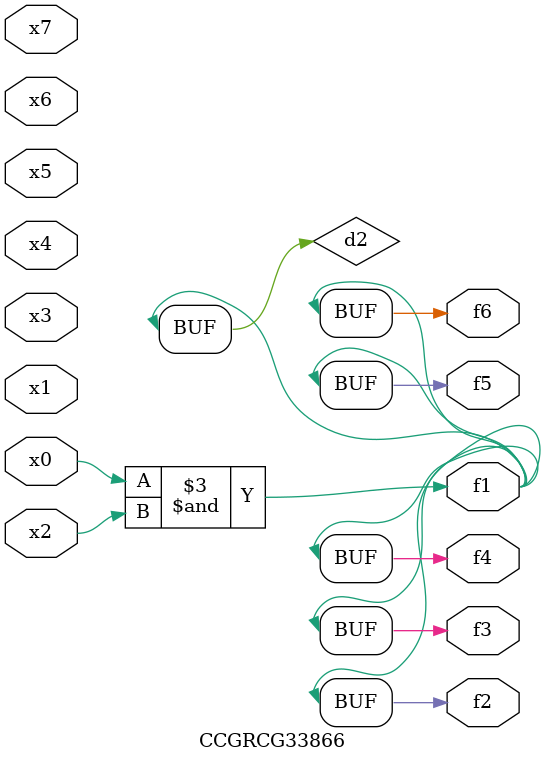
<source format=v>
module CCGRCG33866(
	input x0, x1, x2, x3, x4, x5, x6, x7,
	output f1, f2, f3, f4, f5, f6
);

	wire d1, d2;

	nor (d1, x3, x6);
	and (d2, x0, x2);
	assign f1 = d2;
	assign f2 = d2;
	assign f3 = d2;
	assign f4 = d2;
	assign f5 = d2;
	assign f6 = d2;
endmodule

</source>
